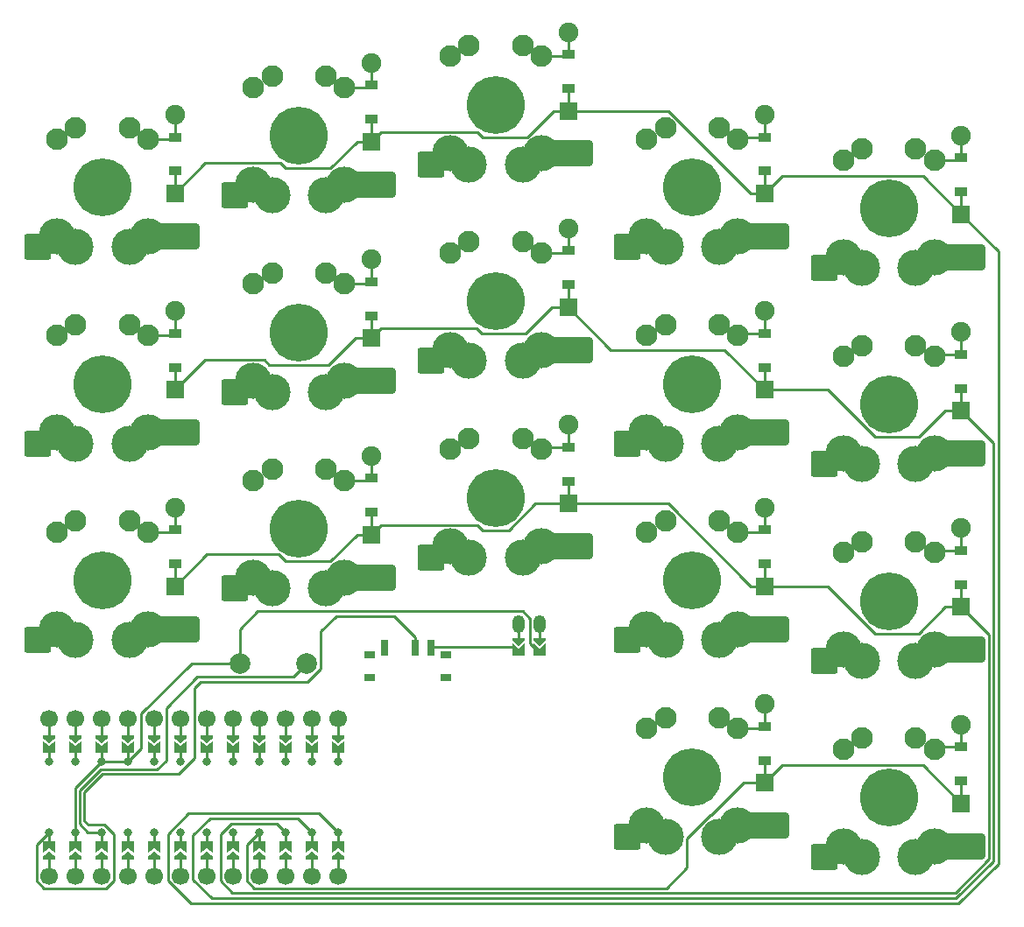
<source format=gbr>
%TF.GenerationSoftware,KiCad,Pcbnew,8.0.4*%
%TF.CreationDate,2024-08-31T21:53:54+08:00*%
%TF.ProjectId,board,626f6172-642e-46b6-9963-61645f706362,v1.0.0*%
%TF.SameCoordinates,Original*%
%TF.FileFunction,Copper,L1,Top*%
%TF.FilePolarity,Positive*%
%FSLAX46Y46*%
G04 Gerber Fmt 4.6, Leading zero omitted, Abs format (unit mm)*
G04 Created by KiCad (PCBNEW 8.0.4) date 2024-08-31 21:53:54*
%MOMM*%
%LPD*%
G01*
G04 APERTURE LIST*
G04 Aperture macros list*
%AMRoundRect*
0 Rectangle with rounded corners*
0 $1 Rounding radius*
0 $2 $3 $4 $5 $6 $7 $8 $9 X,Y pos of 4 corners*
0 Add a 4 corners polygon primitive as box body*
4,1,4,$2,$3,$4,$5,$6,$7,$8,$9,$2,$3,0*
0 Add four circle primitives for the rounded corners*
1,1,$1+$1,$2,$3*
1,1,$1+$1,$4,$5*
1,1,$1+$1,$6,$7*
1,1,$1+$1,$8,$9*
0 Add four rect primitives between the rounded corners*
20,1,$1+$1,$2,$3,$4,$5,0*
20,1,$1+$1,$4,$5,$6,$7,0*
20,1,$1+$1,$6,$7,$8,$9,0*
20,1,$1+$1,$8,$9,$2,$3,0*%
%AMFreePoly0*
4,1,6,0.250000,0.000000,-0.250000,-0.625000,-0.500000,-0.625000,-0.500000,0.625000,-0.250000,0.625000,0.250000,0.000000,0.250000,0.000000,$1*%
%AMFreePoly1*
4,1,6,0.500000,-0.625000,-0.650000,-0.625000,-0.150000,0.000000,-0.650000,0.625000,0.500000,0.625000,0.500000,-0.625000,0.500000,-0.625000,$1*%
%AMFreePoly2*
4,1,6,0.600000,-1.000000,0.000000,-0.400000,-0.600000,-1.000000,-0.600000,0.250000,0.600000,0.250000,0.600000,-1.000000,0.600000,-1.000000,$1*%
%AMFreePoly3*
4,1,6,0.600000,-0.200000,0.600000,-0.400000,-0.600000,-0.400000,-0.600000,-0.200000,0.000000,0.400000,0.600000,-0.200000,0.600000,-0.200000,$1*%
G04 Aperture macros list end*
%TA.AperFunction,SMDPad,CuDef*%
%ADD10FreePoly0,270.000000*%
%TD*%
%TA.AperFunction,ComponentPad*%
%ADD11C,1.700000*%
%TD*%
%TA.AperFunction,SMDPad,CuDef*%
%ADD12FreePoly0,90.000000*%
%TD*%
%TA.AperFunction,ComponentPad*%
%ADD13C,0.800000*%
%TD*%
%TA.AperFunction,SMDPad,CuDef*%
%ADD14FreePoly1,270.000000*%
%TD*%
%TA.AperFunction,SMDPad,CuDef*%
%ADD15FreePoly1,90.000000*%
%TD*%
%TA.AperFunction,SMDPad,CuDef*%
%ADD16R,1.000000X0.800000*%
%TD*%
%TA.AperFunction,SMDPad,CuDef*%
%ADD17R,0.700000X1.500000*%
%TD*%
%TA.AperFunction,SMDPad,CuDef*%
%ADD18FreePoly2,180.000000*%
%TD*%
%TA.AperFunction,ComponentPad*%
%ADD19O,1.200000X1.750000*%
%TD*%
%TA.AperFunction,SMDPad,CuDef*%
%ADD20FreePoly3,180.000000*%
%TD*%
%TA.AperFunction,ComponentPad*%
%ADD21C,2.000000*%
%TD*%
%TA.AperFunction,ComponentPad*%
%ADD22R,1.778000X1.778000*%
%TD*%
%TA.AperFunction,SMDPad,CuDef*%
%ADD23R,1.200000X0.900000*%
%TD*%
%TA.AperFunction,ComponentPad*%
%ADD24C,1.905000*%
%TD*%
%TA.AperFunction,ComponentPad*%
%ADD25C,3.500000*%
%TD*%
%TA.AperFunction,ComponentPad*%
%ADD26C,5.600000*%
%TD*%
%TA.AperFunction,SMDPad,CuDef*%
%ADD27RoundRect,0.250000X-1.050000X-1.000000X1.050000X-1.000000X1.050000X1.000000X-1.050000X1.000000X0*%
%TD*%
%TA.AperFunction,ComponentPad*%
%ADD28C,2.100000*%
%TD*%
%TA.AperFunction,SMDPad,CuDef*%
%ADD29RoundRect,0.250000X-1.750000X-1.000000X1.750000X-1.000000X1.750000X1.000000X-1.750000X1.000000X0*%
%TD*%
%TA.AperFunction,Conductor*%
%ADD30C,0.250000*%
%TD*%
G04 APERTURE END LIST*
D10*
%TO.P,MCU1,1*%
%TO.N,MCU1_1*%
X169810000Y-171450000D03*
D11*
X169810000Y-169330000D03*
D10*
%TO.P,MCU1,2*%
%TO.N,MCU1_2*%
X172350000Y-171450000D03*
D11*
X172350000Y-169330000D03*
D10*
%TO.P,MCU1,3*%
%TO.N,MCU1_3*%
X174890000Y-171450000D03*
D11*
X174890000Y-169330000D03*
D10*
%TO.P,MCU1,4*%
%TO.N,MCU1_4*%
X177430000Y-171450000D03*
D11*
X177430000Y-169330000D03*
D10*
%TO.P,MCU1,5*%
%TO.N,MCU1_5*%
X179970000Y-171450000D03*
D11*
X179970000Y-169330000D03*
D10*
%TO.P,MCU1,6*%
%TO.N,MCU1_6*%
X182510000Y-171450000D03*
D11*
X182510000Y-169330000D03*
D10*
%TO.P,MCU1,7*%
%TO.N,MCU1_7*%
X185050000Y-171450000D03*
D11*
X185050000Y-169330000D03*
D10*
%TO.P,MCU1,8*%
%TO.N,MCU1_8*%
X187590000Y-171450000D03*
D11*
X187590000Y-169330000D03*
D10*
%TO.P,MCU1,9*%
%TO.N,MCU1_9*%
X190130000Y-171450000D03*
D11*
X190130000Y-169330000D03*
D10*
%TO.P,MCU1,10*%
%TO.N,MCU1_10*%
X192670000Y-171450000D03*
D11*
X192670000Y-169330000D03*
D10*
%TO.P,MCU1,11*%
%TO.N,MCU1_11*%
X195210000Y-171450000D03*
D11*
X195210000Y-169330000D03*
D10*
%TO.P,MCU1,12*%
%TO.N,MCU1_12*%
X197750000Y-171450000D03*
D11*
X197750000Y-169330000D03*
%TO.P,MCU1,13*%
%TO.N,MCU1_13*%
X197750000Y-184570000D03*
D12*
X197750000Y-182450000D03*
D11*
%TO.P,MCU1,14*%
%TO.N,MCU1_14*%
X195210000Y-184570000D03*
D12*
X195210000Y-182450000D03*
D11*
%TO.P,MCU1,15*%
%TO.N,MCU1_15*%
X192670000Y-184570000D03*
D12*
X192670000Y-182450000D03*
D11*
%TO.P,MCU1,16*%
%TO.N,MCU1_16*%
X190130000Y-184570000D03*
D12*
X190130000Y-182450000D03*
D11*
%TO.P,MCU1,17*%
%TO.N,MCU1_17*%
X187590000Y-184570000D03*
D12*
X187590000Y-182450000D03*
D11*
%TO.P,MCU1,18*%
%TO.N,MCU1_18*%
X185050000Y-184570000D03*
D12*
X185050000Y-182450000D03*
D11*
%TO.P,MCU1,19*%
%TO.N,MCU1_19*%
X182510000Y-184570000D03*
D12*
X182510000Y-182450000D03*
D11*
%TO.P,MCU1,20*%
%TO.N,MCU1_20*%
X179970000Y-184570000D03*
D12*
X179970000Y-182450000D03*
D11*
%TO.P,MCU1,21*%
%TO.N,MCU1_21*%
X177430000Y-184570000D03*
D12*
X177430000Y-182450000D03*
D11*
%TO.P,MCU1,22*%
%TO.N,MCU1_22*%
X174890000Y-184570000D03*
D12*
X174890000Y-182450000D03*
D11*
%TO.P,MCU1,23*%
%TO.N,MCU1_23*%
X172350000Y-184570000D03*
D12*
X172350000Y-182450000D03*
D11*
%TO.P,MCU1,24*%
%TO.N,MCU1_24*%
X169810000Y-184570000D03*
D12*
X169810000Y-182450000D03*
D13*
%TO.P,MCU1,101*%
%TO.N,P1*%
X169810000Y-173550000D03*
D14*
X169810000Y-172175000D03*
D13*
%TO.P,MCU1,102*%
%TO.N,P0*%
X172350000Y-173550000D03*
D14*
X172350000Y-172175000D03*
D13*
%TO.P,MCU1,103*%
%TO.N,GND*%
X174890000Y-173550000D03*
D14*
X174890000Y-172175000D03*
D13*
%TO.P,MCU1,104*%
X177430000Y-173550000D03*
D14*
X177430000Y-172175000D03*
D13*
%TO.P,MCU1,105*%
%TO.N,P2*%
X179970000Y-173550000D03*
D14*
X179970000Y-172175000D03*
D13*
%TO.P,MCU1,106*%
%TO.N,P3*%
X182510000Y-173550000D03*
D14*
X182510000Y-172175000D03*
D13*
%TO.P,MCU1,107*%
%TO.N,P4*%
X185050000Y-173550000D03*
D14*
X185050000Y-172175000D03*
D13*
%TO.P,MCU1,108*%
%TO.N,P5*%
X187590000Y-173550000D03*
D14*
X187590000Y-172175000D03*
D13*
%TO.P,MCU1,109*%
%TO.N,P6*%
X190130000Y-173550000D03*
D14*
X190130000Y-172175000D03*
D13*
%TO.P,MCU1,110*%
%TO.N,P7*%
X192670000Y-173550000D03*
D14*
X192670000Y-172175000D03*
D13*
%TO.P,MCU1,111*%
%TO.N,P8*%
X195210000Y-173550000D03*
D14*
X195210000Y-172175000D03*
D13*
%TO.P,MCU1,112*%
%TO.N,P9*%
X197750000Y-173550000D03*
D14*
X197750000Y-172175000D03*
D15*
%TO.P,MCU1,113*%
%TO.N,P10*%
X197750000Y-181725000D03*
D13*
X197750000Y-180350000D03*
D15*
%TO.P,MCU1,114*%
%TO.N,P16*%
X195210000Y-181725000D03*
D13*
X195210000Y-180350000D03*
D15*
%TO.P,MCU1,115*%
%TO.N,P14*%
X192670000Y-181725000D03*
D13*
X192670000Y-180350000D03*
D15*
%TO.P,MCU1,116*%
%TO.N,P15*%
X190130000Y-181725000D03*
D13*
X190130000Y-180350000D03*
D15*
%TO.P,MCU1,117*%
%TO.N,P18*%
X187590000Y-181725000D03*
D13*
X187590000Y-180350000D03*
D15*
%TO.P,MCU1,118*%
%TO.N,P19*%
X185050000Y-181725000D03*
D13*
X185050000Y-180350000D03*
D15*
%TO.P,MCU1,119*%
%TO.N,P20*%
X182510000Y-181725000D03*
D13*
X182510000Y-180350000D03*
D15*
%TO.P,MCU1,120*%
%TO.N,P21*%
X179970000Y-181725000D03*
D13*
X179970000Y-180350000D03*
D15*
%TO.P,MCU1,121*%
%TO.N,VCC*%
X177430000Y-181725000D03*
D13*
X177430000Y-180350000D03*
D15*
%TO.P,MCU1,122*%
%TO.N,RST*%
X174890000Y-181725000D03*
D13*
X174890000Y-180350000D03*
D15*
%TO.P,MCU1,123*%
%TO.N,GND*%
X172350000Y-181725000D03*
D13*
X172350000Y-180350000D03*
D15*
%TO.P,MCU1,124*%
%TO.N,RAW*%
X169810000Y-181725000D03*
D13*
X169810000Y-180350000D03*
%TD*%
D16*
%TO.P,PWR1,*%
%TO.N,*%
X208150000Y-163139999D03*
X200850000Y-163140000D03*
X208150000Y-165350000D03*
X200850000Y-165350000D03*
D17*
%TO.P,PWR1,1*%
%TO.N,N/C*%
X202250000Y-162490000D03*
%TO.P,PWR1,2*%
%TO.N,RAW*%
X205250000Y-162490000D03*
%TO.P,PWR1,3*%
%TO.N,BAT_P*%
X206750000Y-162490000D03*
%TD*%
D18*
%TO.P,JST1,1*%
%TO.N,BAT_P*%
X215250000Y-163000000D03*
%TO.P,JST1,2*%
%TO.N,GND*%
X217250000Y-163000000D03*
D19*
%TO.P,JST1,11*%
%TO.N,JST1_1*%
X215250000Y-160184000D03*
%TO.P,JST1,12*%
%TO.N,JST1_2*%
X217250000Y-160184000D03*
D20*
%TO.P,JST1,21*%
%TO.N,JST1_1*%
X215250000Y-161984000D03*
%TO.P,JST1,22*%
%TO.N,JST1_2*%
X217250000Y-161984000D03*
%TD*%
D21*
%TO.P,RST1,1*%
%TO.N,RST*%
X194750000Y-164000000D03*
%TO.P,RST1,2*%
%TO.N,GND*%
X188250000Y-164000000D03*
%TD*%
D22*
%TO.P,D14,1*%
%TO.N,P15*%
X258000000Y-177560000D03*
D23*
X258000000Y-175400000D03*
%TO.P,D14,2*%
%TO.N,inner_thumb*%
X258000000Y-172100000D03*
D24*
X258000000Y-169940000D03*
%TD*%
D22*
%TO.P,D5,1*%
%TO.N,P16*%
X201000000Y-132560000D03*
D23*
X201000000Y-130400000D03*
%TO.P,D5,2*%
%TO.N,ring_home*%
X201000000Y-127100000D03*
D24*
X201000000Y-124940000D03*
%TD*%
D22*
%TO.P,D11,1*%
%TO.N,P14*%
X239000000Y-156560000D03*
D23*
X239000000Y-154400000D03*
%TO.P,D11,2*%
%TO.N,index_bottom*%
X239000000Y-151100000D03*
D24*
X239000000Y-148940000D03*
%TD*%
D25*
%TO.P,S16,*%
%TO.N,P6*%
X248400000Y-144750000D03*
D26*
%TO.N,*%
X251000000Y-139000000D03*
D25*
%TO.N,inner_home*%
X253600000Y-144750000D03*
D27*
%TO.P,S16,1*%
%TO.N,P6*%
X244750000Y-144750000D03*
D28*
X246600000Y-134300000D03*
D25*
X246600000Y-143700000D03*
D28*
X248400000Y-133250000D03*
%TO.P,S16,2*%
%TO.N,inner_home*%
X253600000Y-133250000D03*
X255400000Y-134300000D03*
D25*
X255400000Y-143700000D03*
D29*
X258350000Y-143700000D03*
%TD*%
D25*
%TO.P,S8,*%
%TO.N,P4*%
X210400000Y-134750000D03*
D26*
%TO.N,*%
X213000000Y-129000000D03*
D25*
%TO.N,middle_home*%
X215600000Y-134750000D03*
D27*
%TO.P,S8,1*%
%TO.N,P4*%
X206750000Y-134750000D03*
D28*
X208600000Y-124300000D03*
D25*
X208600000Y-133700000D03*
D28*
X210400000Y-123250000D03*
%TO.P,S8,2*%
%TO.N,middle_home*%
X215600000Y-123250000D03*
X217400000Y-124300000D03*
D25*
X217400000Y-133700000D03*
D29*
X220350000Y-133700000D03*
%TD*%
D25*
%TO.P,S17,*%
%TO.N,P6*%
X248400000Y-125750000D03*
D26*
%TO.N,*%
X251000000Y-120000000D03*
D25*
%TO.N,inner_top*%
X253600000Y-125750000D03*
D27*
%TO.P,S17,1*%
%TO.N,P6*%
X244750000Y-125750000D03*
D28*
X246600000Y-115300000D03*
D25*
X246600000Y-124700000D03*
D28*
X248400000Y-114250000D03*
%TO.P,S17,2*%
%TO.N,inner_top*%
X253600000Y-114250000D03*
X255400000Y-115300000D03*
D25*
X255400000Y-124700000D03*
D29*
X258350000Y-124700000D03*
%TD*%
D22*
%TO.P,D3,1*%
%TO.N,P10*%
X182000000Y-118560000D03*
D23*
X182000000Y-116400000D03*
%TO.P,D3,2*%
%TO.N,pinky_top*%
X182000000Y-113100000D03*
D24*
X182000000Y-110940000D03*
%TD*%
D25*
%TO.P,S9,*%
%TO.N,P4*%
X210400000Y-115750000D03*
D26*
%TO.N,*%
X213000000Y-110000000D03*
D25*
%TO.N,middle_top*%
X215600000Y-115750000D03*
D27*
%TO.P,S9,1*%
%TO.N,P4*%
X206750000Y-115750000D03*
D28*
X208600000Y-105300000D03*
D25*
X208600000Y-114700000D03*
D28*
X210400000Y-104250000D03*
%TO.P,S9,2*%
%TO.N,middle_top*%
X215600000Y-104250000D03*
X217400000Y-105300000D03*
D25*
X217400000Y-114700000D03*
D29*
X220350000Y-114700000D03*
%TD*%
D25*
%TO.P,S11,*%
%TO.N,P5*%
X229400000Y-161750000D03*
D26*
%TO.N,*%
X232000000Y-156000000D03*
D25*
%TO.N,index_bottom*%
X234600000Y-161750000D03*
D27*
%TO.P,S11,1*%
%TO.N,P5*%
X225750000Y-161750000D03*
D28*
X227600000Y-151300000D03*
D25*
X227600000Y-160700000D03*
D28*
X229400000Y-150250000D03*
%TO.P,S11,2*%
%TO.N,index_bottom*%
X234600000Y-150250000D03*
X236400000Y-151300000D03*
D25*
X236400000Y-160700000D03*
D29*
X239350000Y-160700000D03*
%TD*%
D25*
%TO.P,S15,*%
%TO.N,P6*%
X248400000Y-163750000D03*
D26*
%TO.N,*%
X251000000Y-158000000D03*
D25*
%TO.N,inner_bottom*%
X253600000Y-163750000D03*
D27*
%TO.P,S15,1*%
%TO.N,P6*%
X244750000Y-163750000D03*
D28*
X246600000Y-153300000D03*
D25*
X246600000Y-162700000D03*
D28*
X248400000Y-152250000D03*
%TO.P,S15,2*%
%TO.N,inner_bottom*%
X253600000Y-152250000D03*
X255400000Y-153300000D03*
D25*
X255400000Y-162700000D03*
D29*
X258350000Y-162700000D03*
%TD*%
D25*
%TO.P,S7,*%
%TO.N,P4*%
X210400000Y-153750000D03*
D26*
%TO.N,*%
X213000000Y-148000000D03*
D25*
%TO.N,middle_bottom*%
X215600000Y-153750000D03*
D27*
%TO.P,S7,1*%
%TO.N,P4*%
X206750000Y-153750000D03*
D28*
X208600000Y-143300000D03*
D25*
X208600000Y-152700000D03*
D28*
X210400000Y-142250000D03*
%TO.P,S7,2*%
%TO.N,middle_bottom*%
X215600000Y-142250000D03*
X217400000Y-143300000D03*
D25*
X217400000Y-152700000D03*
D29*
X220350000Y-152700000D03*
%TD*%
D22*
%TO.P,D10,1*%
%TO.N,P15*%
X239000000Y-175560000D03*
D23*
X239000000Y-173400000D03*
%TO.P,D10,2*%
%TO.N,index_thumb*%
X239000000Y-170100000D03*
D24*
X239000000Y-167940000D03*
%TD*%
D22*
%TO.P,D12,1*%
%TO.N,P16*%
X239000000Y-137560000D03*
D23*
X239000000Y-135400000D03*
%TO.P,D12,2*%
%TO.N,index_home*%
X239000000Y-132100000D03*
D24*
X239000000Y-129940000D03*
%TD*%
D22*
%TO.P,D8,1*%
%TO.N,P16*%
X220000000Y-129560000D03*
D23*
X220000000Y-127400000D03*
%TO.P,D8,2*%
%TO.N,middle_home*%
X220000000Y-124100000D03*
D24*
X220000000Y-121940000D03*
%TD*%
D22*
%TO.P,D2,1*%
%TO.N,P16*%
X182000000Y-137560000D03*
D23*
X182000000Y-135400000D03*
%TO.P,D2,2*%
%TO.N,pinky_home*%
X182000000Y-132100000D03*
D24*
X182000000Y-129940000D03*
%TD*%
D25*
%TO.P,S5,*%
%TO.N,P3*%
X191400000Y-137750000D03*
D26*
%TO.N,*%
X194000000Y-132000000D03*
D25*
%TO.N,ring_home*%
X196600000Y-137750000D03*
D27*
%TO.P,S5,1*%
%TO.N,P3*%
X187750000Y-137750000D03*
D28*
X189600000Y-127300000D03*
D25*
X189600000Y-136700000D03*
D28*
X191400000Y-126250000D03*
%TO.P,S5,2*%
%TO.N,ring_home*%
X196600000Y-126250000D03*
X198400000Y-127300000D03*
D25*
X198400000Y-136700000D03*
D29*
X201350000Y-136700000D03*
%TD*%
D25*
%TO.P,S6,*%
%TO.N,P3*%
X191400000Y-118750000D03*
D26*
%TO.N,*%
X194000000Y-113000000D03*
D25*
%TO.N,ring_top*%
X196600000Y-118750000D03*
D27*
%TO.P,S6,1*%
%TO.N,P3*%
X187750000Y-118750000D03*
D28*
X189600000Y-108300000D03*
D25*
X189600000Y-117700000D03*
D28*
X191400000Y-107250000D03*
%TO.P,S6,2*%
%TO.N,ring_top*%
X196600000Y-107250000D03*
X198400000Y-108300000D03*
D25*
X198400000Y-117700000D03*
D29*
X201350000Y-117700000D03*
%TD*%
D25*
%TO.P,S14,*%
%TO.N,P6*%
X248400000Y-182750000D03*
D26*
%TO.N,*%
X251000000Y-177000000D03*
D25*
%TO.N,inner_thumb*%
X253600000Y-182750000D03*
D27*
%TO.P,S14,1*%
%TO.N,P6*%
X244750000Y-182750000D03*
D28*
X246600000Y-172300000D03*
D25*
X246600000Y-181700000D03*
D28*
X248400000Y-171250000D03*
%TO.P,S14,2*%
%TO.N,inner_thumb*%
X253600000Y-171250000D03*
X255400000Y-172300000D03*
D25*
X255400000Y-181700000D03*
D29*
X258350000Y-181700000D03*
%TD*%
D22*
%TO.P,D9,1*%
%TO.N,P10*%
X220000000Y-110560000D03*
D23*
X220000000Y-108400000D03*
%TO.P,D9,2*%
%TO.N,middle_top*%
X220000000Y-105100000D03*
D24*
X220000000Y-102940000D03*
%TD*%
D22*
%TO.P,D6,1*%
%TO.N,P10*%
X201000000Y-113560000D03*
D23*
X201000000Y-111400000D03*
%TO.P,D6,2*%
%TO.N,ring_top*%
X201000000Y-108100000D03*
D24*
X201000000Y-105940000D03*
%TD*%
D25*
%TO.P,S3,*%
%TO.N,P2*%
X172400000Y-123750000D03*
D26*
%TO.N,*%
X175000000Y-118000000D03*
D25*
%TO.N,pinky_top*%
X177600000Y-123750000D03*
D27*
%TO.P,S3,1*%
%TO.N,P2*%
X168750000Y-123750000D03*
D28*
X170600000Y-113300000D03*
D25*
X170600000Y-122700000D03*
D28*
X172400000Y-112250000D03*
%TO.P,S3,2*%
%TO.N,pinky_top*%
X177600000Y-112250000D03*
X179400000Y-113300000D03*
D25*
X179400000Y-122700000D03*
D29*
X182350000Y-122700000D03*
%TD*%
D25*
%TO.P,S1,*%
%TO.N,P2*%
X172400000Y-161750000D03*
D26*
%TO.N,*%
X175000000Y-156000000D03*
D25*
%TO.N,pinky_bottom*%
X177600000Y-161750000D03*
D27*
%TO.P,S1,1*%
%TO.N,P2*%
X168750000Y-161750000D03*
D28*
X170600000Y-151300000D03*
D25*
X170600000Y-160700000D03*
D28*
X172400000Y-150250000D03*
%TO.P,S1,2*%
%TO.N,pinky_bottom*%
X177600000Y-150250000D03*
X179400000Y-151300000D03*
D25*
X179400000Y-160700000D03*
D29*
X182350000Y-160700000D03*
%TD*%
D22*
%TO.P,D15,1*%
%TO.N,P14*%
X258000000Y-158560000D03*
D23*
X258000000Y-156400000D03*
%TO.P,D15,2*%
%TO.N,inner_bottom*%
X258000000Y-153100000D03*
D24*
X258000000Y-150940000D03*
%TD*%
D22*
%TO.P,D16,1*%
%TO.N,P16*%
X258000000Y-139560000D03*
D23*
X258000000Y-137400000D03*
%TO.P,D16,2*%
%TO.N,inner_home*%
X258000000Y-134100000D03*
D24*
X258000000Y-131940000D03*
%TD*%
D25*
%TO.P,S10,*%
%TO.N,P5*%
X229400000Y-180750000D03*
D26*
%TO.N,*%
X232000000Y-175000000D03*
D25*
%TO.N,index_thumb*%
X234600000Y-180750000D03*
D27*
%TO.P,S10,1*%
%TO.N,P5*%
X225750000Y-180750000D03*
D28*
X227600000Y-170300000D03*
D25*
X227600000Y-179700000D03*
D28*
X229400000Y-169250000D03*
%TO.P,S10,2*%
%TO.N,index_thumb*%
X234600000Y-169250000D03*
X236400000Y-170300000D03*
D25*
X236400000Y-179700000D03*
D29*
X239350000Y-179700000D03*
%TD*%
D25*
%TO.P,S4,*%
%TO.N,P3*%
X191400000Y-156750000D03*
D26*
%TO.N,*%
X194000000Y-151000000D03*
D25*
%TO.N,ring_bottom*%
X196600000Y-156750000D03*
D27*
%TO.P,S4,1*%
%TO.N,P3*%
X187750000Y-156750000D03*
D28*
X189600000Y-146300000D03*
D25*
X189600000Y-155700000D03*
D28*
X191400000Y-145250000D03*
%TO.P,S4,2*%
%TO.N,ring_bottom*%
X196600000Y-145250000D03*
X198400000Y-146300000D03*
D25*
X198400000Y-155700000D03*
D29*
X201350000Y-155700000D03*
%TD*%
D25*
%TO.P,S13,*%
%TO.N,P5*%
X229400000Y-123750000D03*
D26*
%TO.N,*%
X232000000Y-118000000D03*
D25*
%TO.N,index_top*%
X234600000Y-123750000D03*
D27*
%TO.P,S13,1*%
%TO.N,P5*%
X225750000Y-123750000D03*
D28*
X227600000Y-113300000D03*
D25*
X227600000Y-122700000D03*
D28*
X229400000Y-112250000D03*
%TO.P,S13,2*%
%TO.N,index_top*%
X234600000Y-112250000D03*
X236400000Y-113300000D03*
D25*
X236400000Y-122700000D03*
D29*
X239350000Y-122700000D03*
%TD*%
D22*
%TO.P,D13,1*%
%TO.N,P10*%
X239000000Y-118560000D03*
D23*
X239000000Y-116400000D03*
%TO.P,D13,2*%
%TO.N,index_top*%
X239000000Y-113100000D03*
D24*
X239000000Y-110940000D03*
%TD*%
D25*
%TO.P,S12,*%
%TO.N,P5*%
X229400000Y-142750000D03*
D26*
%TO.N,*%
X232000000Y-137000000D03*
D25*
%TO.N,index_home*%
X234600000Y-142750000D03*
D27*
%TO.P,S12,1*%
%TO.N,P5*%
X225750000Y-142750000D03*
D28*
X227600000Y-132300000D03*
D25*
X227600000Y-141700000D03*
D28*
X229400000Y-131250000D03*
%TO.P,S12,2*%
%TO.N,index_home*%
X234600000Y-131250000D03*
X236400000Y-132300000D03*
D25*
X236400000Y-141700000D03*
D29*
X239350000Y-141700000D03*
%TD*%
D22*
%TO.P,D7,1*%
%TO.N,P14*%
X220000000Y-148560000D03*
D23*
X220000000Y-146400000D03*
%TO.P,D7,2*%
%TO.N,middle_bottom*%
X220000000Y-143100000D03*
D24*
X220000000Y-140940000D03*
%TD*%
D25*
%TO.P,S2,*%
%TO.N,P2*%
X172400000Y-142750000D03*
D26*
%TO.N,*%
X175000000Y-137000000D03*
D25*
%TO.N,pinky_home*%
X177600000Y-142750000D03*
D27*
%TO.P,S2,1*%
%TO.N,P2*%
X168750000Y-142750000D03*
D28*
X170600000Y-132300000D03*
D25*
X170600000Y-141700000D03*
D28*
X172400000Y-131250000D03*
%TO.P,S2,2*%
%TO.N,pinky_home*%
X177600000Y-131250000D03*
X179400000Y-132300000D03*
D25*
X179400000Y-141700000D03*
D29*
X182350000Y-141700000D03*
%TD*%
D22*
%TO.P,D1,1*%
%TO.N,P14*%
X182000000Y-156560000D03*
D23*
X182000000Y-154400000D03*
%TO.P,D1,2*%
%TO.N,pinky_bottom*%
X182000000Y-151100000D03*
D24*
X182000000Y-148940000D03*
%TD*%
D22*
%TO.P,D17,1*%
%TO.N,P10*%
X258000000Y-120560000D03*
D23*
X258000000Y-118400000D03*
%TO.P,D17,2*%
%TO.N,inner_top*%
X258000000Y-115100000D03*
D24*
X258000000Y-112940000D03*
%TD*%
D22*
%TO.P,D4,1*%
%TO.N,P14*%
X201000000Y-151560000D03*
D23*
X201000000Y-149400000D03*
%TO.P,D4,2*%
%TO.N,ring_bottom*%
X201000000Y-146100000D03*
D24*
X201000000Y-143940000D03*
%TD*%
D30*
%TO.N,P2*%
X179970000Y-172175000D02*
X179970000Y-173550000D01*
%TO.N,pinky_bottom*%
X182000000Y-151100000D02*
X182000000Y-148940000D01*
X181800000Y-151300000D02*
X182000000Y-151100000D01*
X179400000Y-151300000D02*
X181800000Y-151300000D01*
%TO.N,GND*%
X183638299Y-164000000D02*
X178750000Y-168888299D01*
X174890000Y-173550000D02*
X172350000Y-176090000D01*
X188250000Y-164000000D02*
X183638299Y-164000000D01*
X177430000Y-172175000D02*
X177430000Y-173550000D01*
X172350000Y-176090000D02*
X172350000Y-180350000D01*
X217250000Y-163000000D02*
X216325000Y-162075000D01*
X174890000Y-172175000D02*
X174890000Y-173550000D01*
X178750000Y-172230000D02*
X177430000Y-173550000D01*
X177430000Y-173550000D02*
X174890000Y-173550000D01*
X216325000Y-159675852D02*
X215633148Y-158984000D01*
X178750000Y-168888299D02*
X178750000Y-172230000D01*
X190016000Y-158984000D02*
X188250000Y-160750000D01*
X172350000Y-181725000D02*
X172350000Y-180350000D01*
X216325000Y-162075000D02*
X216325000Y-159675852D01*
X188250000Y-160750000D02*
X188250000Y-164000000D01*
X215633148Y-158984000D02*
X190016000Y-158984000D01*
%TO.N,pinky_home*%
X181800000Y-132300000D02*
X182000000Y-132100000D01*
X179400000Y-132300000D02*
X181800000Y-132300000D01*
X182000000Y-132100000D02*
X182000000Y-129940000D01*
%TO.N,pinky_top*%
X179400000Y-113300000D02*
X181800000Y-113300000D01*
X182000000Y-113100000D02*
X182000000Y-110940000D01*
X179600000Y-113100000D02*
X179400000Y-113300000D01*
X181800000Y-113300000D02*
X182000000Y-113100000D01*
%TO.N,P3*%
X182510000Y-172175000D02*
X182510000Y-173550000D01*
%TO.N,ring_bottom*%
X198400000Y-146300000D02*
X200800000Y-146300000D01*
X201000000Y-146100000D02*
X201000000Y-143940000D01*
X200800000Y-146300000D02*
X201000000Y-146100000D01*
%TO.N,ring_home*%
X200800000Y-127300000D02*
X201000000Y-127100000D01*
X198400000Y-127300000D02*
X200800000Y-127300000D01*
X201000000Y-127100000D02*
X201000000Y-124940000D01*
%TO.N,ring_top*%
X200800000Y-108300000D02*
X201000000Y-108100000D01*
X201000000Y-108100000D02*
X201000000Y-105940000D01*
X198400000Y-108300000D02*
X200800000Y-108300000D01*
%TO.N,P4*%
X185050000Y-172175000D02*
X185050000Y-173550000D01*
%TO.N,middle_bottom*%
X217600000Y-143100000D02*
X217400000Y-143300000D01*
X220000000Y-143100000D02*
X217600000Y-143100000D01*
X220000000Y-143100000D02*
X220000000Y-140940000D01*
%TO.N,middle_home*%
X220000000Y-124100000D02*
X220000000Y-121940000D01*
X219800000Y-124300000D02*
X220000000Y-124100000D01*
X217400000Y-124300000D02*
X219800000Y-124300000D01*
%TO.N,middle_top*%
X219800000Y-105300000D02*
X220000000Y-105100000D01*
X217400000Y-105300000D02*
X219800000Y-105300000D01*
X220000000Y-105100000D02*
X220000000Y-102940000D01*
%TO.N,P5*%
X187590000Y-172175000D02*
X187590000Y-173550000D01*
%TO.N,index_thumb*%
X236400000Y-170300000D02*
X238800000Y-170300000D01*
X238800000Y-170300000D02*
X239000000Y-170100000D01*
X239000000Y-170100000D02*
X239000000Y-167940000D01*
%TO.N,index_bottom*%
X236400000Y-151300000D02*
X238800000Y-151300000D01*
X238800000Y-151300000D02*
X239000000Y-151100000D01*
X239000000Y-151100000D02*
X239000000Y-148940000D01*
%TO.N,index_home*%
X239000000Y-132100000D02*
X236600000Y-132100000D01*
X239000000Y-132100000D02*
X239000000Y-129940000D01*
X236600000Y-132100000D02*
X236400000Y-132300000D01*
%TO.N,index_top*%
X239000000Y-113100000D02*
X236600000Y-113100000D01*
X239000000Y-113100000D02*
X239000000Y-110940000D01*
X236600000Y-113100000D02*
X236400000Y-113300000D01*
%TO.N,P6*%
X190130000Y-172175000D02*
X190130000Y-173550000D01*
%TO.N,inner_thumb*%
X258000000Y-172100000D02*
X258000000Y-169940000D01*
X258000000Y-172100000D02*
X255600000Y-172100000D01*
X255600000Y-172100000D02*
X255400000Y-172300000D01*
%TO.N,inner_bottom*%
X258000000Y-153100000D02*
X258000000Y-150940000D01*
X258000000Y-153100000D02*
X255600000Y-153100000D01*
X255600000Y-153100000D02*
X255400000Y-153300000D01*
%TO.N,inner_home*%
X258000000Y-134100000D02*
X255600000Y-134100000D01*
X255600000Y-134100000D02*
X255400000Y-134300000D01*
X258000000Y-134100000D02*
X258000000Y-131940000D01*
%TO.N,inner_top*%
X255400000Y-115300000D02*
X257800000Y-115300000D01*
X257800000Y-115300000D02*
X258000000Y-115100000D01*
X258000000Y-115100000D02*
X258000000Y-112940000D01*
%TO.N,P14*%
X187414695Y-179500000D02*
X191820000Y-179500000D01*
X186415000Y-185056701D02*
X186415000Y-180499695D01*
X258000000Y-158560000D02*
X260675000Y-161235000D01*
X201000000Y-151560000D02*
X201935000Y-150625000D01*
X201000000Y-151560000D02*
X201000000Y-149400000D01*
X220000000Y-148560000D02*
X220000000Y-146400000D01*
X239000000Y-156560000D02*
X239000000Y-154400000D01*
X256440000Y-158560000D02*
X258000000Y-158560000D01*
X191820000Y-179500000D02*
X192670000Y-180350000D01*
X199605506Y-151560000D02*
X201000000Y-151560000D01*
X214294418Y-151125000D02*
X216859418Y-148560000D01*
X249705582Y-161125000D02*
X253875000Y-161125000D01*
X237654544Y-156560000D02*
X239000000Y-156560000D01*
X260675000Y-161235000D02*
X260675000Y-182945100D01*
X197040506Y-154125000D02*
X199605506Y-151560000D01*
X187553299Y-186195000D02*
X186415000Y-185056701D01*
X253875000Y-161125000D02*
X256440000Y-158560000D01*
X192670000Y-181725000D02*
X192670000Y-180350000D01*
X182000000Y-156560000D02*
X182000000Y-154400000D01*
X220000000Y-148560000D02*
X229654544Y-148560000D01*
X182000000Y-156560000D02*
X185100291Y-153459709D01*
X201935000Y-150625000D02*
X211205582Y-150625000D01*
X192040291Y-153459709D02*
X192705582Y-154125000D01*
X257425100Y-186195000D02*
X187553299Y-186195000D01*
X185100291Y-153459709D02*
X192040291Y-153459709D01*
X211205582Y-150625000D02*
X211705582Y-151125000D01*
X192705582Y-154125000D02*
X197040506Y-154125000D01*
X258000000Y-158560000D02*
X258000000Y-156400000D01*
X229654544Y-148560000D02*
X237654544Y-156560000D01*
X245140582Y-156560000D02*
X249705582Y-161125000D01*
X260675000Y-182945100D02*
X257425100Y-186195000D01*
X239000000Y-156560000D02*
X245140582Y-156560000D01*
X211705582Y-151125000D02*
X214294418Y-151125000D01*
X186415000Y-180499695D02*
X187414695Y-179500000D01*
X216859418Y-148560000D02*
X220000000Y-148560000D01*
%TO.N,P16*%
X196875000Y-135125000D02*
X199440000Y-132560000D01*
X185374695Y-179000000D02*
X193860000Y-179000000D01*
X261125000Y-183131496D02*
X257506496Y-186750000D01*
X239000000Y-137560000D02*
X239000000Y-135400000D01*
X256440000Y-139560000D02*
X258000000Y-139560000D01*
X190625000Y-134625000D02*
X191125000Y-135125000D01*
X220000000Y-129560000D02*
X224115000Y-133675000D01*
X220000000Y-129560000D02*
X220000000Y-127400000D01*
X201000000Y-132560000D02*
X201000000Y-130400000D01*
X245140582Y-137560000D02*
X249705582Y-142125000D01*
X211625000Y-132125000D02*
X215875000Y-132125000D01*
X249705582Y-142125000D02*
X253875000Y-142125000D01*
X184935000Y-134625000D02*
X190625000Y-134625000D01*
X224115000Y-133675000D02*
X235115000Y-133675000D01*
X183750000Y-184931701D02*
X183750000Y-180624695D01*
X258000000Y-139560000D02*
X258000000Y-137400000D01*
X195210000Y-181725000D02*
X195210000Y-180350000D01*
X239000000Y-137560000D02*
X245140582Y-137560000D01*
X211125000Y-131625000D02*
X211625000Y-132125000D01*
X215875000Y-132125000D02*
X218440000Y-129560000D01*
X257506496Y-186750000D02*
X185568299Y-186750000D01*
X182000000Y-137560000D02*
X182000000Y-135400000D01*
X235115000Y-133675000D02*
X239000000Y-137560000D01*
X261125000Y-142685000D02*
X261125000Y-183131496D01*
X218440000Y-129560000D02*
X220000000Y-129560000D01*
X182000000Y-137560000D02*
X184935000Y-134625000D01*
X191125000Y-135125000D02*
X196875000Y-135125000D01*
X199440000Y-132560000D02*
X201000000Y-132560000D01*
X193860000Y-179000000D02*
X195210000Y-180350000D01*
X201935000Y-131625000D02*
X211125000Y-131625000D01*
X183750000Y-180624695D02*
X185374695Y-179000000D01*
X253875000Y-142125000D02*
X256440000Y-139560000D01*
X258000000Y-139560000D02*
X261125000Y-142685000D01*
X201000000Y-132560000D02*
X201935000Y-131625000D01*
X185568299Y-186750000D02*
X183750000Y-184931701D01*
%TO.N,P10*%
X220000000Y-110560000D02*
X229654544Y-110560000D01*
X261575000Y-183425000D02*
X257750000Y-187250000D01*
X183334695Y-178500000D02*
X195900000Y-178500000D01*
X199605506Y-113560000D02*
X201000000Y-113560000D01*
X211705582Y-113125000D02*
X216040506Y-113125000D01*
X229654544Y-110560000D02*
X237654544Y-118560000D01*
X197040506Y-116125000D02*
X199605506Y-113560000D01*
X257750000Y-187250000D02*
X183528299Y-187250000D01*
X181335000Y-180499695D02*
X183334695Y-178500000D01*
X201000000Y-113560000D02*
X201935000Y-112625000D01*
X183528299Y-187250000D02*
X181335000Y-185056701D01*
X258000000Y-120560000D02*
X258000000Y-118400000D01*
X181335000Y-185056701D02*
X181335000Y-180499695D01*
X218605506Y-110560000D02*
X220000000Y-110560000D01*
X184935000Y-115625000D02*
X192205582Y-115625000D01*
X192205582Y-115625000D02*
X192705582Y-116125000D01*
X239000000Y-118560000D02*
X240685000Y-116875000D01*
X240685000Y-116875000D02*
X254315000Y-116875000D01*
X182000000Y-118560000D02*
X184935000Y-115625000D01*
X201000000Y-113560000D02*
X201000000Y-111400000D01*
X182000000Y-118560000D02*
X182000000Y-116400000D01*
X258000000Y-120560000D02*
X261575000Y-124135000D01*
X239000000Y-118560000D02*
X239000000Y-116400000D01*
X192705582Y-116125000D02*
X197040506Y-116125000D01*
X211205582Y-112625000D02*
X211705582Y-113125000D01*
X254315000Y-116875000D02*
X258000000Y-120560000D01*
X216040506Y-113125000D02*
X218605506Y-110560000D01*
X195900000Y-178500000D02*
X197750000Y-180350000D01*
X201935000Y-112625000D02*
X211205582Y-112625000D01*
X197750000Y-181725000D02*
X197750000Y-180350000D01*
X261575000Y-124135000D02*
X261575000Y-183425000D01*
X220000000Y-110560000D02*
X220000000Y-108400000D01*
X237654544Y-118560000D02*
X239000000Y-118560000D01*
%TO.N,P15*%
X188955000Y-181525000D02*
X190130000Y-180350000D01*
X239000000Y-175560000D02*
X240685000Y-173875000D01*
X231475000Y-180940506D02*
X231475000Y-183752247D01*
X240685000Y-173875000D02*
X254315000Y-173875000D01*
X189643299Y-185745000D02*
X188955000Y-185056701D01*
X239000000Y-175560000D02*
X236940000Y-175560000D01*
X236940000Y-175560000D02*
X233825000Y-178675000D01*
X188955000Y-185056701D02*
X188955000Y-181525000D01*
X233825000Y-178675000D02*
X233740506Y-178675000D01*
X231475000Y-183752247D02*
X229482247Y-185745000D01*
X190130000Y-181725000D02*
X190130000Y-180350000D01*
X239000000Y-175560000D02*
X239000000Y-173400000D01*
X229482247Y-185745000D02*
X189643299Y-185745000D01*
X258000000Y-177560000D02*
X258000000Y-175400000D01*
X254315000Y-173875000D02*
X258000000Y-177560000D01*
X233740506Y-178675000D02*
X231475000Y-180940506D01*
%TO.N,RAW*%
X205250000Y-162490000D02*
X205250000Y-161500000D01*
X184475000Y-165775000D02*
X183875000Y-166375000D01*
X168635000Y-185056701D02*
X168635000Y-181525000D01*
X183875000Y-173210305D02*
X182360305Y-174725000D01*
X175190305Y-179625000D02*
X176065000Y-180499695D01*
X173250000Y-179250000D02*
X173625000Y-179625000D01*
X205250000Y-161500000D02*
X203184000Y-159434000D01*
X174987792Y-174725000D02*
X173250000Y-176462792D01*
X169328299Y-185750000D02*
X168635000Y-185056701D01*
X169810000Y-181725000D02*
X169810000Y-180350000D01*
X173625000Y-179625000D02*
X175190305Y-179625000D01*
X175371701Y-185750000D02*
X169328299Y-185750000D01*
X197566000Y-159434000D02*
X196075000Y-160925000D01*
X203184000Y-159434000D02*
X197566000Y-159434000D01*
X182360305Y-174725000D02*
X174987792Y-174725000D01*
X196075000Y-164548833D02*
X194848833Y-165775000D01*
X176065000Y-180499695D02*
X176065000Y-185056701D01*
X194848833Y-165775000D02*
X184475000Y-165775000D01*
X176065000Y-185056701D02*
X175371701Y-185750000D01*
X168635000Y-181525000D02*
X169810000Y-180350000D01*
X173250000Y-176462792D02*
X173250000Y-179250000D01*
X196075000Y-160925000D02*
X196075000Y-164548833D01*
X183875000Y-166375000D02*
X183875000Y-173210305D01*
%TO.N,RST*%
X174890000Y-181725000D02*
X174890000Y-180350000D01*
X181145000Y-168355000D02*
X181145000Y-173400305D01*
X184175000Y-165325000D02*
X181145000Y-168355000D01*
X180270305Y-174275000D02*
X174801396Y-174275000D01*
X173600000Y-180350000D02*
X174890000Y-180350000D01*
X193425000Y-165325000D02*
X184175000Y-165325000D01*
X172800000Y-176276396D02*
X172800000Y-179550000D01*
X174801396Y-174275000D02*
X172800000Y-176276396D01*
X194750000Y-164000000D02*
X193425000Y-165325000D01*
X172800000Y-179550000D02*
X173600000Y-180350000D01*
X181145000Y-173400305D02*
X180270305Y-174275000D01*
%TO.N,VCC*%
X177430000Y-181725000D02*
X177430000Y-180350000D01*
%TO.N,P21*%
X179970000Y-181725000D02*
X179970000Y-180350000D01*
%TO.N,P20*%
X182510000Y-181725000D02*
X182510000Y-180350000D01*
%TO.N,P19*%
X185050000Y-181725000D02*
X185050000Y-180350000D01*
%TO.N,P18*%
X187590000Y-181725000D02*
X187590000Y-180350000D01*
%TO.N,P1*%
X169810000Y-172175000D02*
X169810000Y-173550000D01*
%TO.N,P0*%
X172350000Y-172175000D02*
X172350000Y-173550000D01*
%TO.N,P7*%
X192670000Y-172175000D02*
X192670000Y-173550000D01*
%TO.N,P8*%
X195210000Y-172175000D02*
X195210000Y-173550000D01*
%TO.N,P9*%
X197750000Y-172175000D02*
X197750000Y-173550000D01*
%TO.N,MCU1_24*%
X169810000Y-184570000D02*
X169810000Y-182450000D01*
%TO.N,MCU1_1*%
X169810000Y-171450000D02*
X169810000Y-169330000D01*
%TO.N,MCU1_23*%
X172350000Y-184570000D02*
X172350000Y-182450000D01*
%TO.N,MCU1_2*%
X172350000Y-171450000D02*
X172350000Y-169330000D01*
%TO.N,MCU1_22*%
X174890000Y-184570000D02*
X174890000Y-182450000D01*
%TO.N,MCU1_3*%
X174890000Y-171450000D02*
X174890000Y-169330000D01*
%TO.N,MCU1_21*%
X177430000Y-184570000D02*
X177430000Y-182450000D01*
%TO.N,MCU1_4*%
X177430000Y-171450000D02*
X177430000Y-169330000D01*
%TO.N,MCU1_20*%
X179970000Y-184570000D02*
X179970000Y-182450000D01*
%TO.N,MCU1_5*%
X179970000Y-171450000D02*
X179970000Y-169330000D01*
%TO.N,MCU1_19*%
X182510000Y-184570000D02*
X182510000Y-182450000D01*
%TO.N,MCU1_6*%
X182510000Y-171450000D02*
X182510000Y-169330000D01*
%TO.N,MCU1_18*%
X185050000Y-184570000D02*
X185050000Y-182450000D01*
%TO.N,MCU1_7*%
X185050000Y-171450000D02*
X185050000Y-169330000D01*
%TO.N,MCU1_17*%
X187590000Y-184570000D02*
X187590000Y-182450000D01*
%TO.N,MCU1_8*%
X187590000Y-171450000D02*
X187590000Y-169330000D01*
%TO.N,MCU1_16*%
X190130000Y-184570000D02*
X190130000Y-182450000D01*
%TO.N,MCU1_9*%
X190130000Y-171450000D02*
X190130000Y-169330000D01*
%TO.N,MCU1_15*%
X192670000Y-184570000D02*
X192670000Y-182450000D01*
%TO.N,MCU1_10*%
X192670000Y-171450000D02*
X192670000Y-169330000D01*
%TO.N,MCU1_14*%
X195210000Y-184570000D02*
X195210000Y-182450000D01*
%TO.N,MCU1_11*%
X195210000Y-171450000D02*
X195210000Y-169330000D01*
%TO.N,MCU1_13*%
X197750000Y-184570000D02*
X197750000Y-182450000D01*
%TO.N,MCU1_12*%
X197750000Y-171450000D02*
X197750000Y-169330000D01*
%TO.N,BAT_P*%
X215250000Y-163000000D02*
X214664999Y-162414999D01*
X214664999Y-162414999D02*
X206825001Y-162414999D01*
X206825001Y-162414999D02*
X206750000Y-162490000D01*
%TO.N,JST1_1*%
X215250000Y-161984000D02*
X215250000Y-160184000D01*
%TO.N,JST1_2*%
X217250000Y-161984000D02*
X217250000Y-160184000D01*
%TD*%
M02*

</source>
